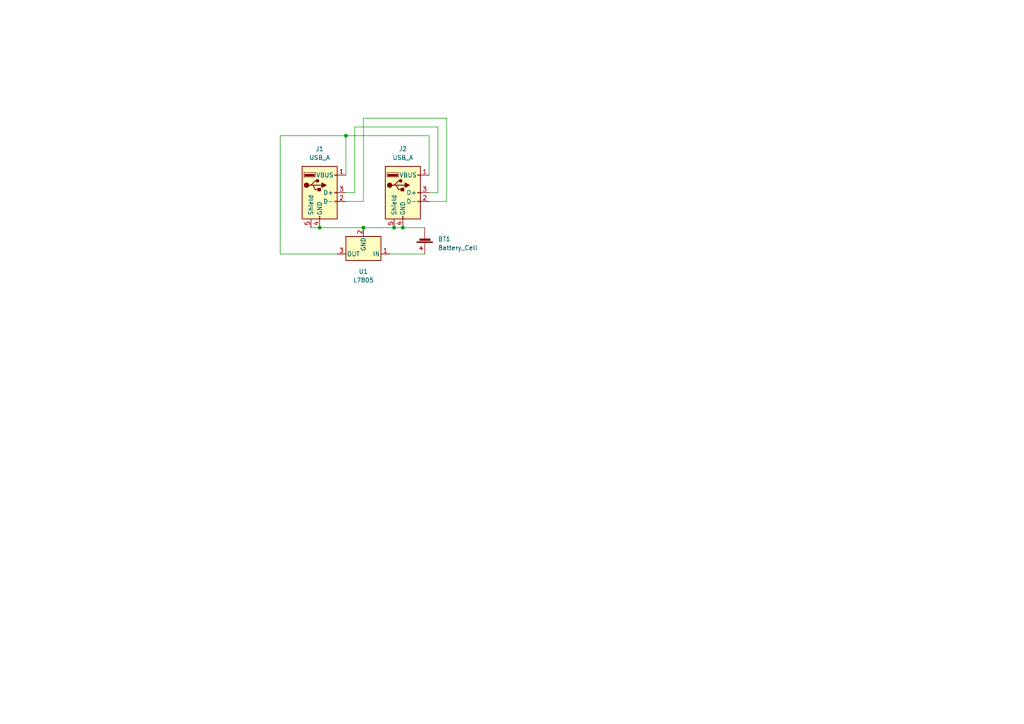
<source format=kicad_sch>
(kicad_sch (version 20211123) (generator eeschema)
  (paper "A4")
  (lib_symbols
    (symbol "Connector:USB_A" (pin_names (offset 1.016))
      (property "Reference" "J" (at -5.08 11.43 0))
      (property "Value" "USB_A" (at -5.08 8.89 0))
      (symbol "USB_A_0_1"
        (rectangle (start -5.08 -7.62) (end 5.08 7.62) (stroke (width 0.254)) (fill (type background)))
        (circle (center -3.81 2.159) (radius 0.635) (stroke (width 0.254)) (fill (type outline)))
        (rectangle (start -1.524 4.826) (end -4.318 5.334) (fill (type outline)))
        (rectangle (start -1.27 4.572) (end -4.572 5.842))
        (circle (center -0.635 3.429) (radius 0.381) (stroke (width 0.254)) (fill (type outline)))
        (rectangle (start -0.127 -7.62) (end 0.127 -6.858))
        (polyline (pts (xy -3.175 2.159) (xy -2.54 2.159) (xy -1.27 3.429) (xy -0.635 3.429)) (stroke (width 0.254)))
        (polyline (pts (xy -2.54 2.159) (xy -1.905 2.159) (xy -1.27 0.889) (xy 0 0.889)) (stroke (width 0.254)))
        (polyline (pts (xy 0.635 2.794) (xy 0.635 1.524) (xy 1.905 2.159) (xy 0.635 2.794)) (stroke (width 0.254)) (fill (type outline)))
        (rectangle (start 0.254 1.27) (end -0.508 0.508) (stroke (width 0.254)) (fill (type outline)))
        (rectangle (start 5.08 -2.667) (end 4.318 -2.413))
        (rectangle (start 5.08 -0.127) (end 4.318 0.127))
        (rectangle (start 5.08 4.953) (end 4.318 5.207))
      )
      (symbol "USB_A_1_1"
        (polyline (pts (xy -1.905 2.159) (xy 0.635 2.159)) (stroke (width 0.254)))
        (pin power_in line (at 7.62 5.08 180) (length 2.54) (name "VBUS") (number "1"))
        (pin bidirectional line (at 7.62 -2.54 180) (length 2.54) (name "D-") (number "2"))
        (pin bidirectional line (at 7.62 0 180) (length 2.54) (name "D+") (number "3"))
        (pin power_in line (at 0 -10.16 90) (length 2.54) (name "GND") (number "4"))
        (pin passive line (at -2.54 -10.16 90) (length 2.54) (name "Shield") (number "5"))
      )
    )
    (symbol "Device:Battery_Cell" (pin_numbers hide) (pin_names (offset 0) hide)
      (property "Reference" "BT" (at 2.54 2.54 0))
      (property "Value" "Battery_Cell" (at 2.54 0 0))
      (symbol "Battery_Cell_0_1"
        (rectangle (start -2.286 1.778) (end 2.286 1.524) (fill (type outline)))
        (rectangle (start -1.5748 1.1938) (end 1.4732 0.6858) (fill (type outline)))
        (polyline (pts (xy 0 0.762) (xy 0 0)))
        (polyline (pts (xy 0 1.778) (xy 0 2.54)))
        (polyline (pts (xy 0.508 3.429) (xy 1.524 3.429)) (stroke (width 0.254)))
        (polyline (pts (xy 1.016 3.937) (xy 1.016 2.921)) (stroke (width 0.254)))
      )
      (symbol "Battery_Cell_1_1"
        (pin passive line (at 0 5.08 270) (length 2.54) (name "+") (number "1"))
        (pin passive line (at 0 -2.54 90) (length 2.54) (name "-") (number "2"))
      )
    )
    (symbol "Regulator_Linear:L7805" (pin_names (offset 0.254))
      (property "Reference" "U" (at -3.81 3.175 0))
      (property "Value" "L7805" (at 0 3.175 0))
      (symbol "L7805_0_1"
        (rectangle (start -5.08 1.905) (end 5.08 -5.08) (stroke (width 0.254)) (fill (type background)))
      )
      (symbol "L7805_1_1"
        (pin power_in line (at -7.62 0 0) (length 2.54) (name "IN") (number "1"))
        (pin power_in line (at 0 -7.62 90) (length 2.54) (name "GND") (number "2"))
        (pin power_out line (at 7.62 0 180) (length 2.54) (name "OUT") (number "3"))
      )
    )
  )
  (junction (at 100.33 39.37))
  (junction (at 114.3 66.04))
  (junction (at 105.41 66.04))
  (junction (at 92.71 66.04))
  (junction (at 116.84 66.04))
  (wire (pts (xy 100.33 58.42) (xy 105.41 58.42)))
  (wire (pts (xy 105.41 58.42) (xy 105.41 34.29)))
  (wire (pts (xy 114.3 66.04) (xy 116.84 66.04)))
  (wire (pts (xy 81.28 39.37) (xy 100.33 39.37)))
  (wire (pts (xy 105.41 34.29) (xy 129.54 34.29)))
  (wire (pts (xy 116.84 66.04) (xy 123.19 66.04)))
  (wire (pts (xy 97.79 73.66) (xy 81.28 73.66)))
  (wire (pts (xy 92.71 66.04) (xy 105.41 66.04)))
  (wire (pts (xy 100.33 55.88) (xy 102.87 55.88)))
  (wire (pts (xy 100.33 39.37) (xy 100.33 50.8)))
  (wire (pts (xy 113.03 73.66) (xy 123.19 73.66)))
  (wire (pts (xy 127 55.88) (xy 124.46 55.88)))
  (wire (pts (xy 81.28 73.66) (xy 81.28 39.37)))
  (wire (pts (xy 102.87 36.83) (xy 127 36.83)))
  (wire (pts (xy 105.41 66.04) (xy 114.3 66.04)))
  (wire (pts (xy 129.54 58.42) (xy 124.46 58.42)))
  (wire (pts (xy 127 36.83) (xy 127 55.88)))
  (wire (pts (xy 102.87 55.88) (xy 102.87 36.83)))
  (wire (pts (xy 90.17 66.04) (xy 92.71 66.04)))
  (wire (pts (xy 124.46 50.8) (xy 124.46 39.37)))
  (wire (pts (xy 124.46 39.37) (xy 100.33 39.37)))
  (wire (pts (xy 129.54 34.29) (xy 129.54 58.42)))
  (symbol (lib_id "Connector:USB_A") (at 92.71 55.88 0) (unit 1)
    (property "Reference" "J1" (at 92.71 43.18 0))
    (property "Value" "USB_A" (at 92.71 45.72 0))
    (property "Footprint" "Connector_USB:USB_A_Molex_67643_Horizontal" (effects hide))
    (property "Datasheet" " ~" (effects hide))
  )
  (symbol (lib_id "Device:Battery_Cell") (at 123.19 68.58 180) (unit 1)
    (property "Reference" "BT1" (at 127 69.3419 0) (effects (justify right)))
    (property "Value" "Battery_Cell" (at 127 71.8819 0) (effects (justify right)))
    (property "Footprint" "Connector_PinHeader_2.54mm:PinHeader_1x02_P2.54mm_Vertical" (effects hide))
  )
  (symbol (lib_id "Connector:USB_A") (at 116.84 55.88 0) (unit 1)
    (property "Reference" "J2" (at 116.84 43.18 0))
    (property "Value" "USB_A" (at 116.84 45.72 0))
    (property "Footprint" "Connector_USB:USB_A_Molex_67643_Horizontal" (effects hide))
    (property "Datasheet" " ~" (effects hide))
  )
  (symbol (lib_id "Regulator_Linear:L7805") (at 105.41 73.66 180) (unit 1)
    (property "Reference" "U1" (at 105.41 78.74 0))
    (property "Value" "L7805" (at 105.41 81.28 0))
    (property "Footprint" "Package_TO_SOT_THT:TO-220-3_Horizontal_TabUp" (effects hide))
    (property "Datasheet" "http://www.st.com/content/ccc/resource/technical/document/datasheet/41/4f/b3/b0/12/d4/47/88/CD00000444.pdf/files/CD00000444.pdf/jcr:content/translations/en.CD00000444.pdf" (effects hide))
  )
)
</source>
